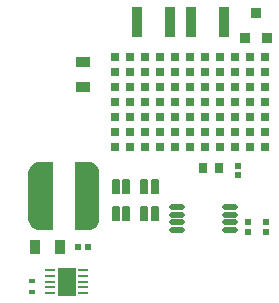
<source format=gtp>
G04 Layer_Color=8421504*
%FSAX25Y25*%
%MOIN*%
G70*
G01*
G75*
G04:AMPARAMS|DCode=10|XSize=82.68mil|YSize=228.35mil|CornerRadius=41.34mil|HoleSize=0mil|Usage=FLASHONLY|Rotation=0.000|XOffset=0mil|YOffset=0mil|HoleType=Round|Shape=RoundedRectangle|*
%AMROUNDEDRECTD10*
21,1,0.08268,0.14567,0,0,0.0*
21,1,0.00000,0.22835,0,0,0.0*
1,1,0.08268,0.00000,-0.07283*
1,1,0.08268,0.00000,-0.07283*
1,1,0.08268,0.00000,0.07283*
1,1,0.08268,0.00000,0.07283*
%
%ADD10ROUNDEDRECTD10*%
%ADD11R,0.01968X0.02047*%
%ADD12R,0.03543X0.04724*%
%ADD13O,0.05315X0.01772*%
%ADD14R,0.02500X0.02500*%
%ADD15R,0.03740X0.10236*%
%ADD16R,0.03740X0.09842*%
%ADD17R,0.02047X0.01968*%
G04:AMPARAMS|DCode=18|XSize=25mil|YSize=50mil|CornerRadius=3.13mil|HoleSize=0mil|Usage=FLASHONLY|Rotation=180.000|XOffset=0mil|YOffset=0mil|HoleType=Round|Shape=RoundedRectangle|*
%AMROUNDEDRECTD18*
21,1,0.02500,0.04375,0,0,180.0*
21,1,0.01875,0.05000,0,0,180.0*
1,1,0.00625,-0.00937,0.02187*
1,1,0.00625,0.00937,0.02187*
1,1,0.00625,0.00937,-0.02187*
1,1,0.00625,-0.00937,-0.02187*
%
%ADD18ROUNDEDRECTD18*%
%ADD19R,0.05866X0.09449*%
%ADD20R,0.03543X0.00984*%
%ADD21R,0.02756X0.03543*%
%ADD22R,0.03200X0.03600*%
%ADD23R,0.04724X0.03543*%
%ADD24R,0.02165X0.01772*%
G36*
X0355375Y0304417D02*
X0355762Y0304417D01*
X0356523Y0304266D01*
X0357239Y0303969D01*
X0357884Y0303538D01*
X0358432Y0302990D01*
X0358863Y0302345D01*
X0359160Y0301628D01*
X0359311Y0300868D01*
Y0300480D01*
X0359311Y0285520D01*
X0359311Y0285520D01*
X0359311Y0285132D01*
X0359160Y0284371D01*
X0358863Y0283655D01*
X0358432Y0283010D01*
X0357884Y0282462D01*
X0357239Y0282031D01*
X0356522Y0281734D01*
X0355762Y0281583D01*
X0355374Y0281583D01*
X0351043Y0281582D01*
Y0304417D01*
X0355374Y0304417D01*
X0355375Y0304417D01*
D02*
G37*
G36*
X0343957Y0281583D02*
X0339626Y0281583D01*
X0339238Y0281583D01*
X0338478Y0281734D01*
X0337761Y0282031D01*
X0337117Y0282462D01*
X0336568Y0283010D01*
X0336137Y0283655D01*
X0335840Y0284371D01*
X0335689Y0285132D01*
X0335689Y0285520D01*
X0335689Y0285520D01*
X0335689Y0300481D01*
X0335689Y0300868D01*
X0335840Y0301629D01*
X0336137Y0302345D01*
X0336568Y0302990D01*
X0337116Y0303538D01*
X0337761Y0303969D01*
X0338477Y0304266D01*
X0339238Y0304417D01*
X0339626D01*
X0339626Y0304417D01*
X0343957Y0304417D01*
Y0281583D01*
D02*
G37*
D10*
X0355177Y0293000D02*
D03*
X0339823D02*
D03*
D11*
X0352272Y0276000D02*
D03*
X0355500D02*
D03*
D12*
X0346134D02*
D03*
X0337866D02*
D03*
D13*
X0402760Y0281661D02*
D03*
Y0284221D02*
D03*
Y0286780D02*
D03*
Y0289339D02*
D03*
X0385240Y0281661D02*
D03*
Y0284221D02*
D03*
Y0286780D02*
D03*
Y0289339D02*
D03*
D14*
X0364500Y0309500D02*
D03*
Y0314500D02*
D03*
Y0319500D02*
D03*
Y0324500D02*
D03*
Y0329500D02*
D03*
Y0334500D02*
D03*
Y0339500D02*
D03*
X0369500Y0309500D02*
D03*
Y0314500D02*
D03*
Y0319500D02*
D03*
Y0324500D02*
D03*
Y0329500D02*
D03*
Y0334500D02*
D03*
Y0339500D02*
D03*
X0374500Y0309500D02*
D03*
Y0314500D02*
D03*
Y0319500D02*
D03*
Y0324500D02*
D03*
Y0329500D02*
D03*
Y0334500D02*
D03*
Y0339500D02*
D03*
X0379500Y0309500D02*
D03*
Y0314500D02*
D03*
Y0319500D02*
D03*
Y0324500D02*
D03*
Y0329500D02*
D03*
Y0334500D02*
D03*
Y0339500D02*
D03*
X0384500Y0309500D02*
D03*
Y0314500D02*
D03*
Y0319500D02*
D03*
Y0324500D02*
D03*
Y0329500D02*
D03*
Y0334500D02*
D03*
Y0339500D02*
D03*
X0389500Y0309500D02*
D03*
Y0314500D02*
D03*
Y0319500D02*
D03*
Y0324500D02*
D03*
Y0329500D02*
D03*
Y0334500D02*
D03*
Y0339500D02*
D03*
X0394500Y0309500D02*
D03*
Y0314500D02*
D03*
Y0319500D02*
D03*
Y0324500D02*
D03*
Y0329500D02*
D03*
Y0334500D02*
D03*
Y0339500D02*
D03*
X0399500Y0309500D02*
D03*
Y0314500D02*
D03*
Y0319500D02*
D03*
Y0324500D02*
D03*
Y0329500D02*
D03*
Y0334500D02*
D03*
Y0339500D02*
D03*
X0404500Y0309500D02*
D03*
Y0314500D02*
D03*
Y0319500D02*
D03*
Y0324500D02*
D03*
Y0329500D02*
D03*
Y0334500D02*
D03*
Y0339500D02*
D03*
X0409500Y0309500D02*
D03*
Y0314500D02*
D03*
Y0319500D02*
D03*
Y0324500D02*
D03*
Y0329500D02*
D03*
Y0334500D02*
D03*
Y0339500D02*
D03*
X0414500Y0309500D02*
D03*
Y0314500D02*
D03*
Y0319500D02*
D03*
Y0324500D02*
D03*
Y0329500D02*
D03*
Y0334500D02*
D03*
Y0339500D02*
D03*
D15*
X0383012Y0351000D02*
D03*
X0401012D02*
D03*
D16*
X0371988D02*
D03*
X0389988D02*
D03*
D17*
X0409000Y0284228D02*
D03*
Y0281000D02*
D03*
X0405500Y0299886D02*
D03*
Y0303114D02*
D03*
X0415000Y0281114D02*
D03*
Y0284343D02*
D03*
D18*
X0374248Y0287000D02*
D03*
X0377752D02*
D03*
X0364748D02*
D03*
X0368252D02*
D03*
X0374248Y0296000D02*
D03*
X0377752D02*
D03*
X0364748D02*
D03*
X0368252D02*
D03*
D19*
X0348500Y0264500D02*
D03*
D20*
X0353992Y0260563D02*
D03*
Y0262532D02*
D03*
Y0264500D02*
D03*
Y0266469D02*
D03*
Y0268437D02*
D03*
X0343008Y0260563D02*
D03*
Y0262532D02*
D03*
Y0264500D02*
D03*
Y0266469D02*
D03*
Y0268437D02*
D03*
D21*
X0393744Y0302500D02*
D03*
X0399256D02*
D03*
D22*
X0411500Y0353900D02*
D03*
X0415300Y0345563D02*
D03*
X0407760D02*
D03*
D23*
X0354000Y0329366D02*
D03*
Y0337634D02*
D03*
D24*
X0336992Y0264543D02*
D03*
Y0261000D02*
D03*
M02*

</source>
